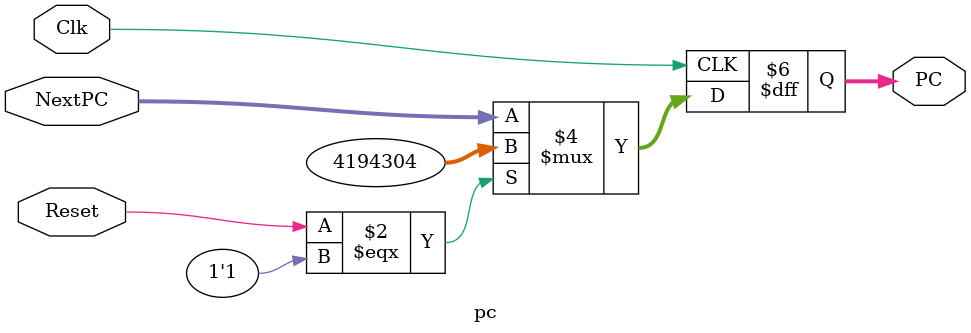
<source format=v>

module pc(
	NextPC, 
	Clk, 
	Reset, 
	PC
);
parameter WIDTH = 32;
parameter RESET_ADDR = 32'h0040_0000;

input [WIDTH-1:0] NextPC;
input Clk;
input Reset;
output [WIDTH-1:0] PC;

wire [WIDTH-1:0] NextPC;
wire Clk, Reset;
reg [WIDTH-1:0] PC;

always @ (posedge Clk)
begin
	if (Reset === 1'b1) begin
		PC = RESET_ADDR; 
		end
	else begin
		PC = NextPC;
	end		
end
endmodule

</source>
